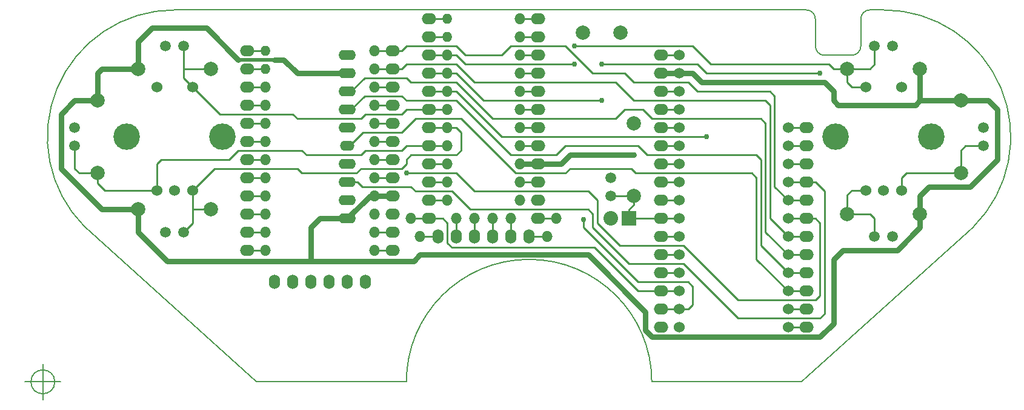
<source format=gtl>
G04 #@! TF.FileFunction,Copper,L1,Top,Signal*
%FSLAX46Y46*%
G04 Gerber Fmt 4.6, Leading zero omitted, Abs format (unit mm)*
G04 Created by KiCad (PCBNEW 4.0.1-3.201512221402+6198~38~ubuntu15.04.1-stable) date Fri Feb  5 12:20:29 2016*
%MOMM*%
G01*
G04 APERTURE LIST*
%ADD10C,0.101600*%
%ADD11C,0.152400*%
%ADD12O,2.032000X1.524000*%
%ADD13O,1.524000X2.032000*%
%ADD14O,1.524000X1.524000*%
%ADD15O,1.397000X1.397000*%
%ADD16R,2.032000X2.032000*%
%ADD17O,2.032000X2.032000*%
%ADD18C,1.501140*%
%ADD19C,1.998980*%
%ADD20C,1.524000*%
%ADD21C,3.700000*%
%ADD22O,2.413000X1.397000*%
%ADD23O,2.032000X1.397000*%
%ADD24C,2.000000*%
%ADD25C,0.762000*%
%ADD26C,0.254000*%
%ADD27C,0.762000*%
%ADD28C,0.508000*%
G04 APERTURE END LIST*
D10*
D11*
X1666666Y0D02*
G75*
G03X1666666Y0I-1666666J0D01*
G01*
X-2500000Y0D02*
X2500000Y0D01*
X0Y2500000D02*
X0Y-2500000D01*
X115570000Y52070000D02*
X117475000Y52070000D01*
X115570000Y52070000D02*
G75*
G03X114300000Y50800000I0J-1270000D01*
G01*
X107950000Y50800000D02*
G75*
G03X106680000Y52070000I-1270000J0D01*
G01*
X113030000Y45720000D02*
G75*
G03X114300000Y46990000I0J1270000D01*
G01*
X107950000Y46990000D02*
G75*
G03X109220000Y45720000I1270000J0D01*
G01*
X109220000Y45720000D02*
X113030000Y45720000D01*
X114300000Y46990000D02*
X114300000Y50800000D01*
X107950000Y50800000D02*
X107950000Y46990000D01*
X85090000Y0D02*
X106045000Y0D01*
X50800000Y0D02*
X29845000Y0D01*
X85090000Y0D02*
G75*
G03X67945000Y17145000I-17145000J0D01*
G01*
X67945000Y17145000D02*
G75*
G03X50800000Y0I0J-17145000D01*
G01*
X29845000Y0D02*
X5842000Y21717000D01*
X5842641Y21717641D02*
G75*
G02X18415000Y52070000I12572359J12572359D01*
G01*
X18415000Y52070000D02*
X106680000Y52070000D01*
X106045000Y0D02*
X130048000Y21717000D01*
X130047359Y21717641D02*
G75*
G03X117475000Y52070000I-12572359J12572359D01*
G01*
D12*
X69215000Y50800000D03*
X69215000Y48260000D03*
X69215000Y45720000D03*
X69215000Y43180000D03*
X69215000Y40640000D03*
X69215000Y38100000D03*
X69215000Y35560000D03*
X69215000Y33020000D03*
X69215000Y30480000D03*
X69215000Y27940000D03*
X69215000Y25400000D03*
X69215000Y22860000D03*
D13*
X67945000Y20320000D03*
X65405000Y20320000D03*
X62865000Y20320000D03*
X60325000Y20320000D03*
X57785000Y20320000D03*
X55245000Y20320000D03*
D12*
X53975000Y22860001D03*
X53975000Y25400000D03*
X53975000Y27940000D03*
X53975000Y30480000D03*
X53975000Y33020000D03*
X53975000Y35560000D03*
X53975000Y38100000D03*
X53975000Y40640000D03*
X53975000Y43180000D03*
X53975000Y45720000D03*
X53975000Y48260000D03*
X53975000Y50800000D03*
D14*
X66675000Y50800000D03*
X66675000Y48260000D03*
X66675000Y45720000D03*
X66675000Y43180000D03*
X66675000Y40640000D03*
X66675000Y38100000D03*
X66675000Y35560000D03*
X66675000Y33020000D03*
X66675000Y30480000D03*
X66675000Y27940000D03*
X66675000Y25400000D03*
X71755000Y22860000D03*
X70485000Y20320000D03*
X65405000Y22860000D03*
X62865000Y22860000D03*
X60325000Y22860000D03*
X57785000Y22860000D03*
X52705000Y20320000D03*
X51435000Y22860000D03*
X56515000Y25400000D03*
X56515000Y27940000D03*
X56515000Y30480000D03*
X56515000Y33020000D03*
X56515000Y35560000D03*
X56515000Y38100000D03*
X56515000Y40640000D03*
X56515000Y43180000D03*
X56515000Y45720000D03*
D15*
X56515000Y48260000D03*
X56515000Y50800000D03*
D12*
X48895000Y46355000D03*
X48895000Y43815000D03*
X48895000Y41275000D03*
X48895000Y38735000D03*
X48895000Y36195000D03*
X48895000Y33655000D03*
X48895000Y31115000D03*
X48895000Y28575000D03*
X48895000Y26035000D03*
X48895000Y23495000D03*
X48895000Y20955000D03*
X48895000Y18415000D03*
D13*
X45085000Y13970000D03*
X42545000Y13970000D03*
X40005000Y13970000D03*
X37465000Y13970000D03*
X34925000Y13970000D03*
X32385000Y13970000D03*
D12*
X28575000Y18415000D03*
X28575000Y20955000D03*
X28575000Y23495000D03*
X28575000Y26035000D03*
X28575000Y28575000D03*
X28575000Y31115000D03*
X28575000Y33655000D03*
X28575000Y36195000D03*
X28575000Y38735000D03*
X28575000Y41275000D03*
X28575000Y43815000D03*
X28575000Y46355000D03*
D14*
X46355000Y46355000D03*
X46355000Y43815000D03*
X46355000Y41275000D03*
X46355000Y38735000D03*
X46355000Y36195000D03*
X46355000Y33655000D03*
X46355000Y31115000D03*
X46355000Y28575000D03*
X46355000Y26035000D03*
X46355000Y23495000D03*
X46355000Y20955000D03*
X46355000Y18415000D03*
X31115000Y18415000D03*
X31115000Y20955000D03*
X31115000Y23495000D03*
X31115000Y26035000D03*
X31115000Y28575000D03*
X31115000Y31115000D03*
X31115000Y33655000D03*
X31115000Y36195000D03*
X31115000Y38735000D03*
X31115000Y41275000D03*
D15*
X31115000Y43815000D03*
X31115000Y46355000D03*
D16*
X81915000Y22860000D03*
D17*
X79375000Y22860000D03*
D18*
X116205000Y20320000D03*
X118745000Y20320000D03*
X131445000Y33020000D03*
X131445000Y35560000D03*
X116205000Y46990000D03*
X118745000Y46990000D03*
X79375000Y26035000D03*
X79375000Y28575000D03*
X4445000Y33020000D03*
X4445000Y35560000D03*
X19685000Y20955000D03*
X17145000Y20955000D03*
X19685000Y46990000D03*
X17145000Y46990000D03*
D19*
X122555000Y23495000D03*
X112395000Y23495000D03*
X128270000Y39370000D03*
X128270000Y29210000D03*
X122555000Y43815000D03*
X112395000Y43815000D03*
X82550000Y36195000D03*
X82550000Y26035000D03*
X7620000Y39370000D03*
X7620000Y29210000D03*
X13335000Y24130000D03*
X23495000Y24130000D03*
X13335000Y43815000D03*
X23495000Y43815000D03*
D20*
X117475000Y26790000D03*
X114975000Y26790000D03*
X119975000Y26790000D03*
X114975000Y41290000D03*
X119975000Y41290000D03*
D21*
X124175000Y34290000D03*
X110775000Y34290000D03*
D20*
X18415000Y26790000D03*
X15915000Y26790000D03*
X20915000Y26790000D03*
X15915000Y41290000D03*
X20915000Y41290000D03*
D21*
X25115000Y34290000D03*
X11715000Y34290000D03*
D22*
X42545000Y45720000D03*
X42545000Y43180000D03*
X42545000Y40640000D03*
X42545000Y38100000D03*
X42545000Y35560000D03*
D23*
X42545000Y33020000D03*
D22*
X42545000Y30480000D03*
X42545000Y27940000D03*
X42545000Y25400000D03*
X42545000Y22860000D03*
D24*
X75455000Y48895000D03*
X80755000Y48895000D03*
D12*
X106680000Y7620000D03*
X106680000Y10160000D03*
X106680000Y12700000D03*
X106680000Y15240000D03*
X106680000Y17780000D03*
X106680000Y20320000D03*
X106680000Y22860000D03*
X106680000Y25400000D03*
X106680000Y27940000D03*
X106680000Y30480000D03*
X106680000Y33020000D03*
X106680000Y35560000D03*
X86360000Y45720000D03*
X86360000Y43180000D03*
X86360000Y40640000D03*
X86360000Y38100000D03*
X86360000Y35560000D03*
X86360000Y33020000D03*
X86360000Y30480000D03*
X86360000Y27940000D03*
X86360000Y25400000D03*
X86360000Y22860000D03*
X86360000Y20320000D03*
X86360000Y17780000D03*
X86360000Y15240000D03*
X86360000Y12700000D03*
X86360000Y10160000D03*
X86360000Y7620000D03*
D20*
X104140000Y7620000D03*
X104140000Y10160000D03*
X104140000Y12700000D03*
X104140000Y15240000D03*
X104140000Y17780000D03*
X104140000Y20320000D03*
X104140000Y22860000D03*
X104140000Y25400000D03*
X104140000Y27940000D03*
X104140000Y30480000D03*
X104140000Y33020000D03*
X104140000Y35560000D03*
X88900000Y45720000D03*
X88900000Y43180000D03*
X88900000Y40640000D03*
X88900000Y38100000D03*
X88900000Y35560000D03*
X88900000Y33020000D03*
X88900000Y30480000D03*
X88900000Y27940000D03*
X88900000Y25400000D03*
X88900000Y22860000D03*
X88900000Y20320000D03*
X88900000Y17780000D03*
X88900000Y15240000D03*
X88900000Y12700000D03*
X88900000Y10160000D03*
X88900000Y7620000D03*
D25*
X50800000Y29210000D03*
X75565000Y22733000D03*
X74295000Y44450038D03*
X74295000Y46990000D03*
X78105000Y44450000D03*
X78104996Y39370000D03*
X108585000Y43180000D03*
X92710006Y34290000D03*
X82550000Y31750000D03*
D26*
X104140000Y25400000D02*
X102235000Y27305000D01*
X102235000Y27305000D02*
X102235000Y40005000D01*
X102235000Y40005000D02*
X101600000Y40640000D01*
X101600000Y40640000D02*
X91440000Y40640000D01*
X91440000Y40640000D02*
X90170000Y41910000D01*
X90170000Y41910000D02*
X82550000Y41910000D01*
X82550000Y41910000D02*
X81280000Y43180000D01*
X81280000Y43180000D02*
X76835000Y43180000D01*
X76835000Y43180000D02*
X73025000Y46990000D01*
X73025000Y46990000D02*
X65405000Y46990000D01*
X65405000Y46990000D02*
X64135000Y45720000D01*
X64135000Y45720000D02*
X59055000Y45720000D01*
X59055000Y45720000D02*
X57785000Y46990000D01*
X57785000Y46990000D02*
X50800000Y46990000D01*
X50800000Y46990000D02*
X50165000Y46355000D01*
X50165000Y46355000D02*
X48895000Y46355000D01*
X48895000Y46355000D02*
X46355000Y46355000D01*
X106680000Y25400000D02*
X104140000Y25400000D01*
X48895000Y43815000D02*
X50165000Y43815000D01*
X50165000Y43815000D02*
X50800000Y44450000D01*
X50800000Y44450000D02*
X57785000Y44450000D01*
X57785000Y44450000D02*
X60325000Y41910000D01*
X60325000Y41910000D02*
X80010000Y41910000D01*
X80010000Y41910000D02*
X82550000Y39370000D01*
X82550000Y39370000D02*
X100965000Y39370000D01*
X100965000Y39370000D02*
X101600000Y38735000D01*
X101600000Y38735000D02*
X101600000Y22860000D01*
X101600000Y22860000D02*
X103378001Y21081999D01*
X103378001Y21081999D02*
X104140000Y20320000D01*
X46355000Y43815000D02*
X48895000Y43815000D01*
X104140000Y20320000D02*
X106680000Y20320000D01*
X104140000Y17780000D02*
X100965000Y20955000D01*
X100965000Y20955000D02*
X100965000Y36195000D01*
X83820000Y38100000D02*
X81280000Y38100000D01*
X81280000Y38100000D02*
X80010000Y36830000D01*
X80010000Y36830000D02*
X62865000Y36830000D01*
X100965000Y36195000D02*
X100330000Y36830000D01*
X100330000Y36830000D02*
X85090000Y36830000D01*
X85090000Y36830000D02*
X83820000Y38100000D01*
X62865000Y36830000D02*
X57785000Y41910000D01*
X57785000Y41910000D02*
X51435000Y41910000D01*
X51435000Y41910000D02*
X50800000Y42545000D01*
X50800000Y42545000D02*
X44958000Y42545000D01*
X44958000Y42545000D02*
X43053000Y40640000D01*
X43053000Y40640000D02*
X42545000Y40640000D01*
X106680000Y17780000D02*
X104140000Y17780000D01*
X42545000Y38100000D02*
X43053000Y38100000D01*
X43053000Y38100000D02*
X44958000Y40005000D01*
X44958000Y40005000D02*
X50165000Y40005000D01*
X50165000Y40005000D02*
X50800000Y39370000D01*
X83185000Y33020000D02*
X84455000Y31750000D01*
X84455000Y31750000D02*
X99695000Y31750000D01*
X99695000Y31750000D02*
X100330000Y31115000D01*
X50800000Y39370000D02*
X57785000Y39370000D01*
X57785000Y39370000D02*
X65405000Y31750000D01*
X65405000Y31750000D02*
X71755000Y31750000D01*
X71755000Y31750000D02*
X73025000Y33020000D01*
X73025000Y33020000D02*
X83185000Y33020000D01*
X100330000Y31115000D02*
X100330000Y19050000D01*
X100330000Y19050000D02*
X103378001Y16001999D01*
X103378001Y16001999D02*
X104140000Y15240000D01*
X104140000Y15240000D02*
X106680000Y15240000D01*
X42545000Y33020000D02*
X42862500Y33020000D01*
X42862500Y33020000D02*
X44767500Y34925000D01*
X82832158Y29210000D02*
X99060000Y29210000D01*
X99060000Y29210000D02*
X99695000Y28575000D01*
X44767500Y34925000D02*
X50165000Y34925000D01*
X50165000Y34925000D02*
X52070000Y36830000D01*
X58420000Y36830000D02*
X66040000Y29210000D01*
X66040000Y29210000D02*
X73025000Y29210000D01*
X52070000Y36830000D02*
X58420000Y36830000D01*
X73025000Y29210000D02*
X73660000Y29845000D01*
X99695000Y28575000D02*
X99695000Y17145000D01*
X73660000Y29845000D02*
X82197158Y29845000D01*
X82197158Y29845000D02*
X82832158Y29210000D01*
X99695000Y17145000D02*
X104140000Y12700000D01*
X106680000Y12700000D02*
X104140000Y12700000D01*
X50800000Y29210000D02*
X57785000Y29210000D01*
X76200000Y26670000D02*
X77470000Y25400000D01*
X57785000Y29210000D02*
X60325000Y26670000D01*
X60325000Y26670000D02*
X76200000Y26670000D01*
X77470000Y25400000D02*
X77470000Y22225000D01*
X77470000Y22225000D02*
X80645000Y19050000D01*
X80645000Y19050000D02*
X89535000Y19050000D01*
X89535000Y19050000D02*
X97155000Y11430000D01*
X97155000Y11430000D02*
X107950000Y11430000D01*
X107950000Y11430000D02*
X108585000Y12065000D01*
X108585000Y12065000D02*
X108585000Y22225000D01*
X108585000Y22225000D02*
X107950000Y22860000D01*
X107950000Y22860000D02*
X106680000Y22860000D01*
X104140000Y22860000D02*
X106680000Y22860000D01*
X107950000Y27940000D02*
X106680000Y27940000D01*
X109220000Y26670000D02*
X107950000Y27940000D01*
X109220000Y9525000D02*
X108585000Y8890000D01*
X109220000Y9525000D02*
X109220000Y26670000D01*
X44640500Y27305000D02*
X44005500Y27940000D01*
X51435000Y27305000D02*
X44640500Y27305000D01*
X76835000Y23495000D02*
X76200000Y24130000D01*
X76835000Y21590000D02*
X76835000Y23495000D01*
X52070000Y26670000D02*
X51435000Y27305000D01*
X97155000Y8890000D02*
X89535000Y16510000D01*
X108585000Y8890000D02*
X97155000Y8890000D01*
X81915000Y16510000D02*
X76835000Y21590000D01*
X76200000Y24130000D02*
X59690000Y24130000D01*
X44005500Y27940000D02*
X42545000Y27940000D01*
X89535000Y16510000D02*
X81915000Y16510000D01*
X59690000Y24130000D02*
X57150000Y26670000D01*
X57150000Y26670000D02*
X52070000Y26670000D01*
X104140000Y27940000D02*
X106680000Y27940000D01*
X86360000Y12700000D02*
X83185000Y12700000D01*
X83185000Y12700000D02*
X77089000Y18796000D01*
X77089000Y18796000D02*
X57150000Y18796000D01*
X56515000Y19431000D02*
X56515000Y22225000D01*
X56515000Y22225000D02*
X55880000Y22860000D01*
X55880000Y22860000D02*
X53975001Y22860000D01*
X57150000Y18796000D02*
X56515000Y19431000D01*
X53975001Y22860000D02*
X53975000Y22860001D01*
X51435000Y22860000D02*
X53974999Y22860000D01*
X53974999Y22860000D02*
X53975000Y22860001D01*
X86360000Y12700000D02*
X88900000Y12700000D01*
X88900000Y10160000D02*
X90170000Y10160000D01*
X90170000Y10160000D02*
X90805000Y10795000D01*
X90805000Y10795000D02*
X90805000Y13335000D01*
X83185000Y13970000D02*
X75565000Y21590000D01*
X75565000Y21590000D02*
X75565000Y22733000D01*
X90805000Y13335000D02*
X90170000Y13970000D01*
X90170000Y13970000D02*
X83185000Y13970000D01*
X53975000Y25400000D02*
X56515000Y25400000D01*
X88900000Y10160000D02*
X89535000Y10160000D01*
X88900000Y10160000D02*
X86360000Y10160000D01*
X35560000Y36830000D02*
X34925000Y37465000D01*
X34925000Y37465000D02*
X24740000Y37465000D01*
X24740000Y37465000D02*
X20915000Y41290000D01*
X53975000Y38100000D02*
X50800000Y38100000D01*
X50800000Y38100000D02*
X50165000Y37465000D01*
X50165000Y37465000D02*
X45085000Y37465000D01*
X45085000Y37465000D02*
X44450000Y36830000D01*
X44450000Y36830000D02*
X35560000Y36830000D01*
X19685000Y46990000D02*
X19685000Y43815000D01*
X19685000Y43815000D02*
X19685000Y42520000D01*
X23495000Y43815000D02*
X19685000Y43815000D01*
X19685000Y42520000D02*
X20915000Y41290000D01*
X56515000Y38100000D02*
X53975000Y38100000D01*
X35560000Y29845000D02*
X23970000Y29845000D01*
X23970000Y29845000D02*
X20915000Y26790000D01*
X56515000Y35560000D02*
X57785000Y35560000D01*
X50800000Y31115000D02*
X50800000Y30480000D01*
X57785000Y35560000D02*
X58420000Y34925000D01*
X58420000Y34925000D02*
X58420000Y32385000D01*
X43815000Y29210000D02*
X36195000Y29210000D01*
X58420000Y32385000D02*
X57785000Y31750000D01*
X36195000Y29210000D02*
X35560000Y29845000D01*
X57785000Y31750000D02*
X51435000Y31750000D01*
X51435000Y31750000D02*
X50800000Y31115000D01*
X50800000Y30480000D02*
X50165000Y29845000D01*
X50165000Y29845000D02*
X44450000Y29845000D01*
X44450000Y29845000D02*
X43815000Y29210000D01*
X20915000Y26790000D02*
X20915000Y24130000D01*
X20915000Y24130000D02*
X20915000Y22185000D01*
X23495000Y24130000D02*
X20915000Y24130000D01*
X20915000Y22185000D02*
X19685000Y20955000D01*
X56515000Y35560000D02*
X53975000Y35560000D01*
X53975000Y33020000D02*
X50800000Y33020000D01*
X50800000Y33020000D02*
X50165000Y32385000D01*
X44450000Y31750000D02*
X36830000Y31750000D01*
X36830000Y31750000D02*
X36195000Y32385000D01*
X16510000Y31115000D02*
X15915000Y30520000D01*
X50165000Y32385000D02*
X45085000Y32385000D01*
X36195000Y32385000D02*
X27305000Y32385000D01*
X15915000Y30520000D02*
X15915000Y26790000D01*
X45085000Y32385000D02*
X44450000Y31750000D01*
X27305000Y32385000D02*
X26035000Y31115000D01*
X26035000Y31115000D02*
X16510000Y31115000D01*
X56515000Y33020000D02*
X53975000Y33020000D01*
X7620000Y29210000D02*
X7620000Y27796508D01*
X7620000Y27796508D02*
X8626508Y26790000D01*
X8626508Y26790000D02*
X15915000Y26790000D01*
X4445000Y33020000D02*
X4445000Y29845000D01*
X4445000Y29845000D02*
X5080000Y29210000D01*
X5080000Y29210000D02*
X7620000Y29210000D01*
X81915000Y22860000D02*
X86360000Y22860000D01*
X82550000Y24765000D02*
X81915000Y24130000D01*
X81915000Y24130000D02*
X81915000Y22860000D01*
X82550000Y26035000D02*
X82550000Y24765000D01*
X79375000Y26035000D02*
X82550000Y26035000D01*
X88900000Y22860000D02*
X86360000Y22860000D01*
X74295000Y44450038D02*
X59054962Y44450038D01*
X59054962Y44450038D02*
X57785000Y45720000D01*
X57785000Y45720000D02*
X56515000Y45720000D01*
X90805000Y46990000D02*
X74295000Y46990000D01*
X112395000Y43815000D02*
X110490000Y43815000D01*
X110490000Y43815000D02*
X109855000Y44450000D01*
X109855000Y44450000D02*
X93345000Y44450000D01*
X93345000Y44450000D02*
X90805000Y46990000D01*
X56515000Y45720000D02*
X53975000Y45720000D01*
X115570000Y43815000D02*
X112395000Y43815000D01*
X116205000Y44450000D02*
X115570000Y43815000D01*
X116205000Y46990000D02*
X116205000Y44450000D01*
X112395000Y43815000D02*
X112395000Y41910000D01*
X113015000Y41290000D02*
X114975000Y41290000D01*
X112395000Y41910000D02*
X113015000Y41290000D01*
X120650000Y29210000D02*
X119975000Y28535000D01*
X119975000Y28535000D02*
X119975000Y26790000D01*
X128270000Y29210000D02*
X120650000Y29210000D01*
X108585000Y43180000D02*
X92710000Y43180000D01*
X92710000Y43180000D02*
X91440000Y44450000D01*
X78643815Y44450000D02*
X78105000Y44450000D01*
X91440000Y44450000D02*
X78643815Y44450000D01*
X78104996Y39370000D02*
X61595000Y39370000D01*
X61595000Y39370000D02*
X57785000Y43180000D01*
X57785000Y43180000D02*
X56515000Y43180000D01*
X56515000Y43180000D02*
X53975000Y43180000D01*
X131445000Y33020000D02*
X128905000Y33020000D01*
X128270000Y32385000D02*
X128270000Y29210000D01*
X128905000Y33020000D02*
X128270000Y32385000D01*
X64135000Y34290000D02*
X90805000Y34290000D01*
X90805000Y34290000D02*
X92710006Y34290000D01*
X57785000Y40640000D02*
X64135000Y34290000D01*
X56515000Y40640000D02*
X57785000Y40640000D01*
X115570000Y23495000D02*
X116205000Y22860000D01*
X116205000Y22860000D02*
X116205000Y20320000D01*
X112395000Y23495000D02*
X115570000Y23495000D01*
X56515000Y40640000D02*
X53975000Y40640000D01*
X114975000Y26790000D02*
X113030000Y26790000D01*
X112395000Y26155000D02*
X113030000Y26790000D01*
X112395000Y23495000D02*
X112395000Y26155000D01*
D27*
X37465000Y16891000D02*
X51816000Y16891000D01*
X108585000Y6286499D02*
X110490000Y8191499D01*
X119380000Y18415000D02*
X122555000Y21590000D01*
X51816000Y16891000D02*
X52705000Y17780000D01*
X52705000Y17780000D02*
X76200000Y17780000D01*
X76200000Y17780000D02*
X84201000Y9779000D01*
X110490000Y17145000D02*
X111760000Y18415000D01*
X84201000Y9779000D02*
X84201000Y7239000D01*
X84201000Y7239000D02*
X85153501Y6286499D01*
X85153501Y6286499D02*
X108585000Y6286499D01*
X111760000Y18415000D02*
X119380000Y18415000D01*
X110490000Y8191499D02*
X110490000Y17145000D01*
X122555000Y21590000D02*
X122555000Y23495000D01*
X133350000Y31115000D02*
X129540000Y27305000D01*
X122555000Y26035000D02*
X123825000Y27305000D01*
X123825000Y27305000D02*
X129540000Y27305000D01*
X122555000Y23495000D02*
X122555000Y26035000D01*
X88900000Y43180000D02*
X90805000Y43180000D01*
X90805000Y43180000D02*
X92075000Y41910000D01*
X92075000Y41910000D02*
X109220000Y41910000D01*
X109220000Y41910000D02*
X110490000Y40640000D01*
X110490000Y40640000D02*
X110490000Y39370000D01*
X110490000Y39370000D02*
X111125000Y38735000D01*
X111125000Y38735000D02*
X121920000Y38735000D01*
X121920000Y38735000D02*
X122555000Y39370000D01*
X128270000Y39370000D02*
X122555000Y39370000D01*
X122555000Y43815000D02*
X122555000Y39370000D01*
X128270000Y39370000D02*
X132080000Y39370000D01*
X132080000Y39370000D02*
X133350000Y38100000D01*
X133350000Y38100000D02*
X133350000Y31115000D01*
D28*
X42545000Y43180000D02*
X43053000Y43180000D01*
D27*
X20320000Y49530000D02*
X15240000Y49530000D01*
X22860000Y49530000D02*
X20320000Y49530000D01*
X20320000Y49530000D02*
X22860000Y49530000D01*
X22860000Y49530000D02*
X27305000Y45085000D01*
X32385000Y45085000D02*
X33655000Y45085000D01*
D28*
X27305000Y45085000D02*
X32385000Y45085000D01*
D27*
X43180000Y43180000D02*
X42545000Y43180000D01*
X69215000Y30480000D02*
X66675000Y30480000D01*
X42545000Y22860000D02*
X38735000Y22860000D01*
X37465000Y21590000D02*
X37465000Y16891000D01*
X38735000Y22860000D02*
X37465000Y21590000D01*
X17399000Y16891000D02*
X13335000Y20955000D01*
X13335000Y20955000D02*
X13335000Y24130000D01*
X37465000Y16891000D02*
X17399000Y16891000D01*
X46355000Y26035000D02*
X45720000Y26035000D01*
X45720000Y26035000D02*
X42545000Y22860000D01*
X48895000Y26035000D02*
X46355000Y26035000D01*
X72390000Y30480000D02*
X73660000Y31750000D01*
X73660000Y31750000D02*
X82550000Y31750000D01*
X69215000Y30480000D02*
X72390000Y30480000D01*
X42545000Y43180000D02*
X35560000Y43180000D01*
X35560000Y43180000D02*
X33655000Y45085000D01*
X13335000Y47625000D02*
X13335000Y43815000D01*
X15240000Y49530000D02*
X13335000Y47625000D01*
X2540000Y29845000D02*
X8255000Y24130000D01*
X8255000Y24130000D02*
X13335000Y24130000D01*
X2540000Y37465000D02*
X2540000Y29845000D01*
X4445000Y39370000D02*
X2540000Y37465000D01*
X7620000Y39370000D02*
X4445000Y39370000D01*
X7620000Y43180000D02*
X8255000Y43815000D01*
X8255000Y43815000D02*
X13335000Y43815000D01*
X7620000Y39370000D02*
X7620000Y43180000D01*
X88900000Y43180000D02*
X86360000Y43180000D01*
D26*
X48895000Y41275000D02*
X46355000Y41275000D01*
X46355000Y38735000D02*
X48895000Y38735000D01*
X48895000Y36195000D02*
X46355000Y36195000D01*
X46355000Y33655000D02*
X48895000Y33655000D01*
X48895000Y31115000D02*
X46355000Y31115000D01*
X46355000Y28575000D02*
X48895000Y28575000D01*
X46355000Y20955000D02*
X48895000Y20955000D01*
X46355000Y18415000D02*
X48895000Y18415000D01*
X28575000Y18415000D02*
X31115000Y18415000D01*
X28575000Y20955000D02*
X31115000Y20955000D01*
X28575000Y23495000D02*
X31115000Y23495000D01*
X28575000Y26035000D02*
X31115000Y26035000D01*
X28575000Y28575000D02*
X31115000Y28575000D01*
X28575000Y31115000D02*
X31115000Y31115000D01*
X28575000Y33655000D02*
X31115000Y33655000D01*
X31115000Y36195000D02*
X28575000Y36195000D01*
X28575000Y38735000D02*
X31115000Y38735000D01*
X31115000Y41275000D02*
X28575000Y41275000D01*
X28575000Y43815000D02*
X31115000Y43815000D01*
X31115000Y46355000D02*
X28575000Y46355000D01*
X106680000Y7620000D02*
X104140000Y7620000D01*
X104140000Y10160000D02*
X106680000Y10160000D01*
X106680000Y30480000D02*
X104140000Y30480000D01*
X106680000Y35560000D02*
X104140000Y35560000D01*
X86360000Y45720000D02*
X88900000Y45720000D01*
X86360000Y40640000D02*
X88900000Y40640000D01*
X88900000Y38100000D02*
X86360000Y38100000D01*
X86360000Y35560000D02*
X88900000Y35560000D01*
X88900000Y33020000D02*
X86360000Y33020000D01*
X86360000Y30480000D02*
X88900000Y30480000D01*
X88900000Y27940000D02*
X86360000Y27940000D01*
X86360000Y25400000D02*
X88900000Y25400000D01*
X86360000Y20320000D02*
X88900000Y20320000D01*
X86360000Y17780000D02*
X88900000Y17780000D01*
X88900000Y15240000D02*
X86360000Y15240000D01*
X66675000Y50800000D02*
X69215000Y50800000D01*
X69215000Y48260000D02*
X66675000Y48260000D01*
X66675000Y45720000D02*
X69215000Y45720000D01*
X69215000Y43180000D02*
X66675000Y43180000D01*
X66675000Y40640000D02*
X69215000Y40640000D01*
X66675000Y38100000D02*
X69215000Y38100000D01*
X69215000Y35560000D02*
X66675000Y35560000D01*
X66675000Y33020000D02*
X69215000Y33020000D01*
X69215000Y27940000D02*
X66675000Y27940000D01*
X71755000Y22860000D02*
X69215000Y22860000D01*
X67945000Y20320000D02*
X70485000Y20320000D01*
X65405000Y22860000D02*
X65405000Y20320000D01*
X62865000Y22860000D02*
X62865000Y20320000D01*
X60325000Y20320000D02*
X60325000Y22860000D01*
X57785000Y22860000D02*
X57785000Y20320000D01*
X55245000Y20320000D02*
X52705000Y20320000D01*
X56515000Y27940000D02*
X53975000Y27940000D01*
X56515000Y30480000D02*
X53975000Y30480000D01*
X53975000Y48260000D02*
X56515000Y48260000D01*
X53975000Y50800000D02*
X56515000Y50800000D01*
X104140000Y33020000D02*
X106680000Y33020000D01*
M02*

</source>
